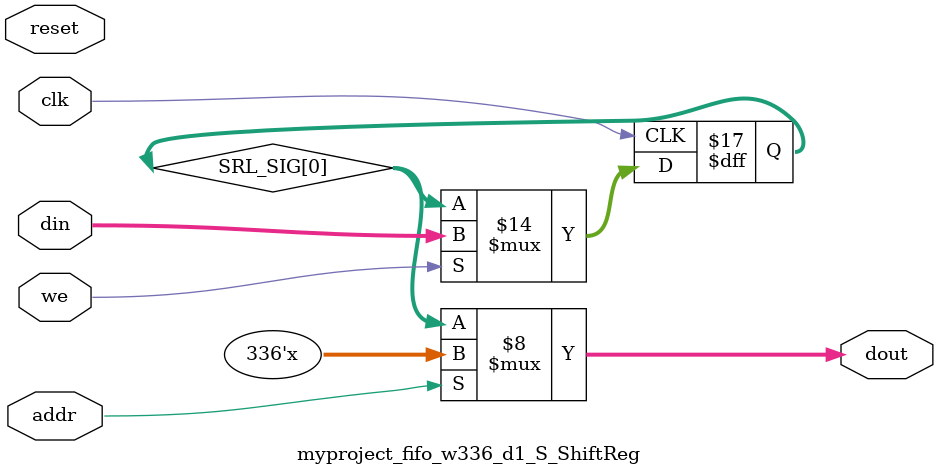
<source format=v>

`timescale 1ns/1ps

module myproject_fifo_w336_d1_S
#(parameter
    MEM_STYLE    = "shiftReg",
    DATA_WIDTH   = 336,
    ADDR_WIDTH   = 1,
    DEPTH        = 1)
(
    // system signal
    input  wire                  clk,
    input  wire                  reset,

    // write
    output wire                  if_full_n,
    input  wire                  if_write_ce,
    input  wire                  if_write,
    input  wire [DATA_WIDTH-1:0] if_din,
    
    // read 
    output wire [ADDR_WIDTH:0]   if_num_data_valid, // for FRP
    output wire [ADDR_WIDTH:0]   if_fifo_cap,       // for FRP

    output wire                  if_empty_n,
    input  wire                  if_read_ce,
    input  wire                  if_read,
    output wire [DATA_WIDTH-1:0] if_dout
);
//------------------------Parameter----------------------

//------------------------Local signal-------------------
    wire [ADDR_WIDTH-1:0] addr;
    wire                  push;
    wire                  pop;
    reg signed [ADDR_WIDTH:0] mOutPtr;
    reg                   empty_n = 1'b0;
    reg                   full_n = 1'b1; 
    // has num_data_valid? 
    reg  [ADDR_WIDTH:0]   num_data_valid; //yes 
//------------------------Instantiation------------------
    myproject_fifo_w336_d1_S_ShiftReg 
    #(  .DATA_WIDTH (DATA_WIDTH),
        .ADDR_WIDTH (ADDR_WIDTH),
        .DEPTH      (DEPTH))
    U_myproject_fifo_w336_d1_S_ShiftReg (
        .clk        (clk),
        .we         (push),
        .addr       (addr),
        .din        (if_din),
        .dout       (if_dout)
    );
//------------------------Task and function--------------

//------------------------Body---------------------------
    // num_data_valid 
    assign if_num_data_valid = num_data_valid;
    assign if_fifo_cap       = DEPTH;

    // almost full/empty 

    // program full/empty 

    assign if_full_n  = full_n; 
    assign if_empty_n = empty_n;

    assign push       = full_n & if_write_ce & if_write;
    assign pop        = empty_n & if_read_ce & if_read;

    assign addr       = mOutPtr[ADDR_WIDTH] == 1'b0 ? mOutPtr[ADDR_WIDTH-1:0] : {ADDR_WIDTH{1'b0}};

    // mOutPtr
    always @(posedge clk) begin
        if (reset)
            mOutPtr <= {ADDR_WIDTH+1{1'b1}};
        else if (push & ~pop)
            mOutPtr <= mOutPtr + 1'b1;
        else if (~push & pop)
            mOutPtr <= mOutPtr - 1'b1;
    end

    // full_n
    always @(posedge clk) begin
        if (reset)
            full_n <= 1'b1;
        else if ((push & ~pop) && (mOutPtr == DEPTH - 2))
            full_n <= 1'b0;
        else if (~push & pop)
            full_n <= 1'b1;
    end

    // empty_n
    always @(posedge clk) begin
        if (reset)
            empty_n <= 1'b0;
        else if (push & ~pop)
            empty_n <= 1'b1;
        else if ((~push & pop) && (mOutPtr == 0))
            empty_n <= 1'b0;
    end

    // almost_full_n 

    // almost_empty_n 

    // prog_full_n 
 
    // prog_empty_n 

    // num_data_valid 
    always @(posedge clk) begin
        if (reset)
            num_data_valid <= {ADDR_WIDTH+1{1'b0}};
        else if ( push & ~pop)
            num_data_valid <= num_data_valid + 1;
        else if (~push & pop)
            num_data_valid <= num_data_valid - 1;
    end // 

endmodule  


module myproject_fifo_w336_d1_S_ShiftReg
#(parameter
    DATA_WIDTH  = 336,
    ADDR_WIDTH  = 1,
    DEPTH       = 1)
(
    input  wire                  clk,
    input  wire                  reset,
    input  wire                  we,
    input  wire [ADDR_WIDTH-1:0] addr,
    input  wire [DATA_WIDTH-1:0] din,
    output wire [DATA_WIDTH-1:0] dout
);

    reg [DATA_WIDTH-1:0] SRL_SIG [0:DEPTH-1];
    integer i;

    always @ (posedge clk) begin
        if (we) begin
            for (i=0; i<DEPTH-1; i=i+1)
                SRL_SIG[i+1] <= SRL_SIG[i];
            SRL_SIG[0] <= din;
        end
    end

    assign dout = SRL_SIG[addr];

endmodule
</source>
